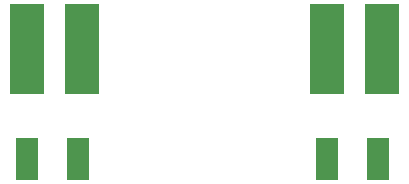
<source format=gtp>
G04 start of page 2 for group 0 layer_idx 12 *
G04 Title: (unknown), top_paste *
G04 Creator: pcb-rnd 2.3.0 *
G04 CreationDate: 2021-01-19 15:55:11 UTC *
G04 For:  *
G04 Format: Gerber/RS-274X *
G04 PCB-Dimensions: 200000 200000 *
G04 PCB-Coordinate-Origin: lower left *
%MOIN*%
%FSLAX25Y25*%
%LNTOP_PASTE_NONE_0*%
%ADD93C,0.0001*%
G54D93*G36*
X37200Y70960D02*X29800D01*
Y57160D01*
X37200D01*
Y70960D01*
G37*
G36*
X54200D02*X46800D01*
Y57160D01*
X54200D01*
Y70960D01*
G37*
G36*
X137200D02*X129800D01*
Y57160D01*
X137200D01*
Y70960D01*
G37*
G36*
X154200D02*X146800D01*
Y57160D01*
X154200D01*
Y70960D01*
G37*
G36*
X139216Y115577D02*X127784D01*
Y85836D01*
X139216D01*
Y115577D01*
G37*
G36*
X157524D02*X146090D01*
Y85836D01*
X157524D01*
Y115577D01*
G37*
G36*
X39216D02*X27783D01*
Y85836D01*
X39216D01*
Y115577D01*
G37*
G36*
X57524D02*X46090D01*
Y85836D01*
X57524D01*
Y115577D01*
G37*
M02*

</source>
